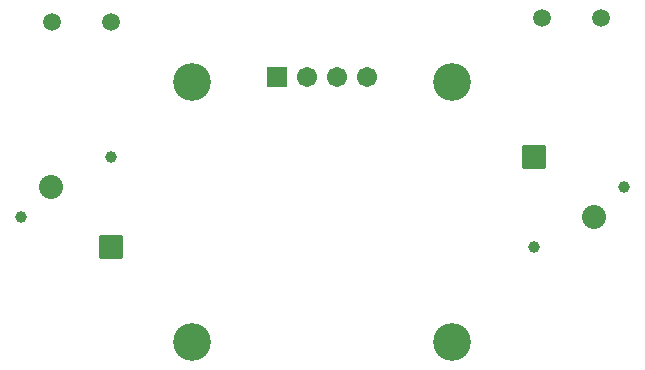
<source format=gbr>
%TF.GenerationSoftware,KiCad,Pcbnew,9.0.2*%
%TF.CreationDate,2025-08-01T16:53:22-07:00*%
%TF.ProjectId,bitboy,62697462-6f79-42e6-9b69-6361645f7063,rev?*%
%TF.SameCoordinates,Original*%
%TF.FileFunction,Soldermask,Top*%
%TF.FilePolarity,Negative*%
%FSLAX46Y46*%
G04 Gerber Fmt 4.6, Leading zero omitted, Abs format (unit mm)*
G04 Created by KiCad (PCBNEW 9.0.2) date 2025-08-01 16:53:22*
%MOMM*%
%LPD*%
G01*
G04 APERTURE LIST*
G04 Aperture macros list*
%AMRoundRect*
0 Rectangle with rounded corners*
0 $1 Rounding radius*
0 $2 $3 $4 $5 $6 $7 $8 $9 X,Y pos of 4 corners*
0 Add a 4 corners polygon primitive as box body*
4,1,4,$2,$3,$4,$5,$6,$7,$8,$9,$2,$3,0*
0 Add four circle primitives for the rounded corners*
1,1,$1+$1,$2,$3*
1,1,$1+$1,$4,$5*
1,1,$1+$1,$6,$7*
1,1,$1+$1,$8,$9*
0 Add four rect primitives between the rounded corners*
20,1,$1+$1,$2,$3,$4,$5,0*
20,1,$1+$1,$4,$5,$6,$7,0*
20,1,$1+$1,$6,$7,$8,$9,0*
20,1,$1+$1,$8,$9,$2,$3,0*%
G04 Aperture macros list end*
%ADD10C,1.000000*%
%ADD11RoundRect,0.102000X0.915000X0.915000X-0.915000X0.915000X-0.915000X-0.915000X0.915000X-0.915000X0*%
%ADD12C,2.034000*%
%ADD13RoundRect,0.102000X-0.915000X-0.915000X0.915000X-0.915000X0.915000X0.915000X-0.915000X0.915000X0*%
%ADD14RoundRect,0.102000X-0.754000X-0.754000X0.754000X-0.754000X0.754000X0.754000X-0.754000X0.754000X0*%
%ADD15C,1.712000*%
%ADD16C,3.204000*%
%ADD17C,1.512000*%
G04 APERTURE END LIST*
D10*
%TO.C,S1*%
X172060000Y-74510000D03*
X164440000Y-79590000D03*
D11*
X164440000Y-71970000D03*
D12*
X169520000Y-77050000D03*
%TD*%
D10*
%TO.C,S2*%
X121007500Y-77100000D03*
X128627500Y-72020000D03*
D13*
X128627500Y-79640000D03*
D12*
X123547500Y-74560000D03*
%TD*%
D14*
%TO.C,U2*%
X142690000Y-65195000D03*
D15*
X145230000Y-65195000D03*
X147770000Y-65195000D03*
X150310000Y-65195000D03*
D16*
X135500000Y-65695000D03*
X157500000Y-65695000D03*
X157500000Y-87695000D03*
X135500000Y-87695000D03*
%TD*%
D17*
%TO.C,R1*%
X165080000Y-60220000D03*
X170080000Y-60220000D03*
%TD*%
%TO.C,R2*%
X123570000Y-60560000D03*
X128570000Y-60560000D03*
%TD*%
M02*

</source>
